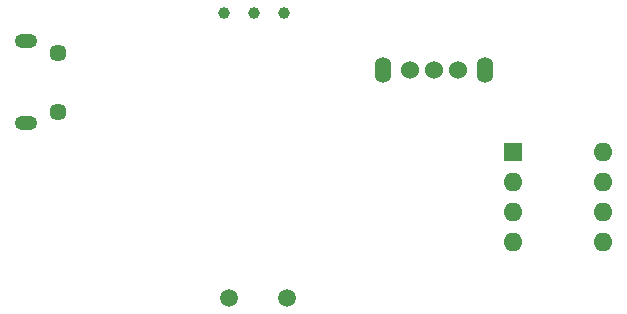
<source format=gbr>
%TF.GenerationSoftware,KiCad,Pcbnew,5.1.9+dfsg1-1~bpo10+1*%
%TF.CreationDate,2021-05-16T10:46:30+08:00*%
%TF.ProjectId,serprog,73657270-726f-4672-9e6b-696361645f70,rev?*%
%TF.SameCoordinates,Original*%
%TF.FileFunction,Soldermask,Bot*%
%TF.FilePolarity,Negative*%
%FSLAX46Y46*%
G04 Gerber Fmt 4.6, Leading zero omitted, Abs format (unit mm)*
G04 Created by KiCad (PCBNEW 5.1.9+dfsg1-1~bpo10+1) date 2021-05-16 10:46:30*
%MOMM*%
%LPD*%
G01*
G04 APERTURE LIST*
%ADD10C,1.450000*%
%ADD11O,1.900000X1.200000*%
%ADD12C,1.000000*%
%ADD13O,1.600000X1.600000*%
%ADD14R,1.600000X1.600000*%
%ADD15C,1.500000*%
%ADD16O,1.400000X2.200000*%
%ADD17C,1.524000*%
G04 APERTURE END LIST*
D10*
%TO.C,J1*%
X106262500Y-60700000D03*
X106262500Y-65700000D03*
D11*
X103562500Y-59700000D03*
X103562500Y-66700000D03*
%TD*%
D12*
%TO.C,RX*%
X122880000Y-57350000D03*
%TD*%
%TO.C,TX*%
X125420000Y-57350000D03*
%TD*%
%TO.C,G*%
X120340000Y-57350000D03*
%TD*%
D13*
%TO.C,U4*%
X152420000Y-69150000D03*
X144800000Y-76770000D03*
X152420000Y-71690000D03*
X144800000Y-74230000D03*
X152420000Y-74230000D03*
X144800000Y-71690000D03*
X152420000Y-76770000D03*
D14*
X144800000Y-69150000D03*
%TD*%
D15*
%TO.C,Y1*%
X125630000Y-81450000D03*
X120750000Y-81450000D03*
%TD*%
D16*
%TO.C,SW1*%
X142400000Y-62190000D03*
X133800000Y-62200000D03*
D17*
X140100000Y-62200000D03*
X138100000Y-62200000D03*
X136100000Y-62200000D03*
%TD*%
M02*

</source>
